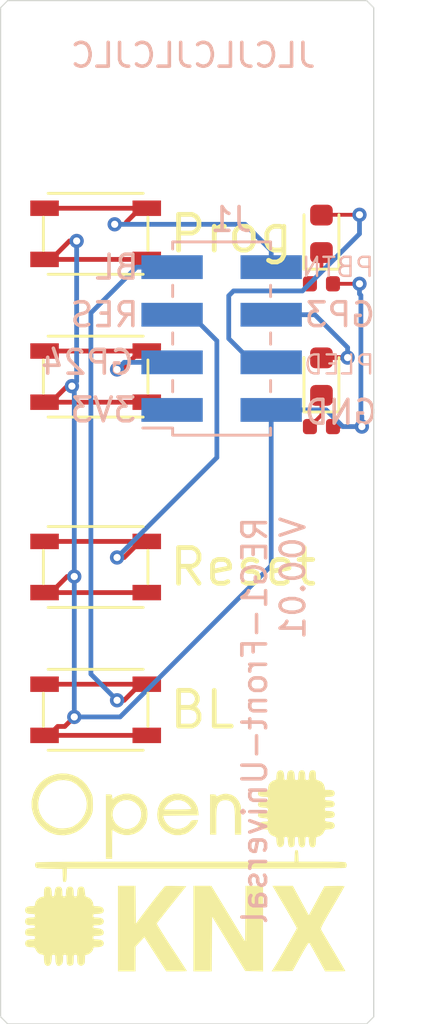
<source format=kicad_pcb>
(kicad_pcb (version 20171130) (host pcbnew "(5.1.4)-1")

  (general
    (thickness 1.6)
    (drawings 21)
    (tracks 102)
    (zones 0)
    (modules 10)
    (nets 11)
  )

  (page A4)
  (title_block
    (title REG1-Front-Universal)
    (date 2022-10-21)
    (rev V00.01)
  )

  (layers
    (0 F.Cu signal hide)
    (31 B.Cu signal)
    (32 B.Adhes user hide)
    (33 F.Adhes user hide)
    (34 B.Paste user)
    (35 F.Paste user hide)
    (36 B.SilkS user)
    (37 F.SilkS user hide)
    (38 B.Mask user)
    (39 F.Mask user hide)
    (40 Dwgs.User user hide)
    (41 Cmts.User user hide)
    (42 Eco1.User user hide)
    (43 Eco2.User user hide)
    (44 Edge.Cuts user)
    (45 Margin user hide)
    (46 B.CrtYd user)
    (47 F.CrtYd user hide)
    (48 B.Fab user)
    (49 F.Fab user hide)
  )

  (setup
    (last_trace_width 0.16)
    (user_trace_width 0.2)
    (user_trace_width 0.25)
    (user_trace_width 0.3)
    (user_trace_width 0.4)
    (user_trace_width 0.5)
    (user_trace_width 1)
    (user_trace_width 0.2)
    (user_trace_width 0.25)
    (user_trace_width 0.3)
    (user_trace_width 0.4)
    (user_trace_width 0.5)
    (user_trace_width 1)
    (trace_clearance 0.16)
    (zone_clearance 0.3)
    (zone_45_only no)
    (trace_min 0.16)
    (via_size 0.6)
    (via_drill 0.3)
    (via_min_size 0.6)
    (via_min_drill 0.3)
    (user_via 1.5 1.3)
    (user_via 1.5 1.3)
    (uvia_size 0.3)
    (uvia_drill 0.1)
    (uvias_allowed no)
    (uvia_min_size 0.2)
    (uvia_min_drill 0.1)
    (edge_width 0.05)
    (segment_width 0.2)
    (pcb_text_width 0.3)
    (pcb_text_size 1.5 1.5)
    (mod_edge_width 0.12)
    (mod_text_size 1 1)
    (mod_text_width 0.15)
    (pad_size 3 8)
    (pad_drill 1.5)
    (pad_to_mask_clearance 0.051)
    (solder_mask_min_width 0.1)
    (aux_axis_origin 0 0)
    (grid_origin 120 80)
    (visible_elements 7FFFFFFF)
    (pcbplotparams
      (layerselection 0x010fc_ffffffff)
      (usegerberextensions false)
      (usegerberattributes false)
      (usegerberadvancedattributes false)
      (creategerberjobfile false)
      (excludeedgelayer true)
      (linewidth 0.100000)
      (plotframeref false)
      (viasonmask false)
      (mode 1)
      (useauxorigin false)
      (hpglpennumber 1)
      (hpglpenspeed 20)
      (hpglpendiameter 15.000000)
      (psnegative false)
      (psa4output false)
      (plotreference true)
      (plotvalue true)
      (plotinvisibletext false)
      (padsonsilk false)
      (subtractmaskfromsilk false)
      (outputformat 1)
      (mirror false)
      (drillshape 0)
      (scaleselection 1)
      (outputdirectory "REG1-Front-Universal_gerbers_V00.01/"))
  )

  (net 0 "")
  (net 1 GND)
  (net 2 +3V3)
  (net 3 RUN)
  (net 4 PROGLED)
  (net 5 PROGBTN)
  (net 6 GPIO24)
  (net 7 GPIO03)
  (net 8 BOOTSEL_F)
  (net 9 "Net-(D1-Pad1)")
  (net 10 "Net-(D2-Pad1)")

  (net_class Default "This is the default net class."
    (clearance 0.16)
    (trace_width 0.16)
    (via_dia 0.6)
    (via_drill 0.3)
    (uvia_dia 0.3)
    (uvia_drill 0.1)
    (add_net +3V3)
    (add_net BOOTSEL_F)
    (add_net GND)
    (add_net GPIO03)
    (add_net GPIO24)
    (add_net "Net-(D1-Pad1)")
    (add_net "Net-(D2-Pad1)")
    (add_net PROGBTN)
    (add_net PROGLED)
    (add_net RUN)
  )

  (module OpenKNX:OpenKNX_Logo_14x09 locked (layer F.Cu) (tedit 0) (tstamp 634FCCDB)
    (at 105.8 146.4)
    (fp_text reference G*** (at 0 0) (layer F.SilkS) hide
      (effects (font (size 1.524 1.524) (thickness 0.3)))
    )
    (fp_text value LOGO (at 0.75 0) (layer F.SilkS) hide
      (effects (font (size 1.524 1.524) (thickness 0.3)))
    )
    (fp_poly (pts (xy 1.735464 -3.86646) (xy 1.92589 -3.822647) (xy 2.0822 -3.725377) (xy 2.204987 -3.57424)
      (xy 2.234472 -3.520149) (xy 2.263618 -3.459306) (xy 2.285027 -3.403584) (xy 2.29989 -3.342042)
      (xy 2.3094 -3.26374) (xy 2.31475 -3.157737) (xy 2.317131 -3.013093) (xy 2.317736 -2.818865)
      (xy 2.31775 -2.756017) (xy 2.31775 -2.159) (xy 2.06375 -2.159) (xy 2.063572 -2.690813)
      (xy 2.061586 -2.929834) (xy 2.054733 -3.114695) (xy 2.041406 -3.254654) (xy 2.019996 -3.358965)
      (xy 1.988895 -3.436887) (xy 1.946496 -3.497675) (xy 1.918365 -3.526608) (xy 1.819605 -3.582632)
      (xy 1.692352 -3.607083) (xy 1.561563 -3.599274) (xy 1.452197 -3.558517) (xy 1.427701 -3.540125)
      (xy 1.374295 -3.485135) (xy 1.334252 -3.421997) (xy 1.305731 -3.341096) (xy 1.286894 -3.232812)
      (xy 1.2759 -3.087527) (xy 1.270909 -2.895623) (xy 1.27 -2.715645) (xy 1.27 -2.159)
      (xy 1.016 -2.159) (xy 1.016 -3.84175) (xy 1.143 -3.84175) (xy 1.229742 -3.834568)
      (xy 1.266504 -3.809795) (xy 1.27 -3.79148) (xy 1.28175 -3.754231) (xy 1.293812 -3.753466)
      (xy 1.44261 -3.822868) (xy 1.563401 -3.859579) (xy 1.678709 -3.869362) (xy 1.735464 -3.86646)) (layer F.SilkS) (width 0.01))
    (fp_poly (pts (xy -0.109061 -3.841617) (xy 0.080832 -3.763404) (xy 0.247788 -3.646503) (xy 0.382431 -3.496124)
      (xy 0.475384 -3.317482) (xy 0.517271 -3.115788) (xy 0.517991 -3.102279) (xy 0.523875 -2.968625)
      (xy -0.218163 -2.960093) (xy -0.9602 -2.951561) (xy -0.939707 -2.849097) (xy -0.893074 -2.73288)
      (xy -0.807326 -2.611172) (xy -0.700174 -2.506819) (xy -0.644752 -2.468666) (xy -0.551955 -2.429053)
      (xy -0.437339 -2.398667) (xy -0.405397 -2.393371) (xy -0.251921 -2.398222) (xy -0.093974 -2.445942)
      (xy 0.0473 -2.52699) (xy 0.150758 -2.631824) (xy 0.161933 -2.649391) (xy 0.211645 -2.72144)
      (xy 0.264888 -2.753938) (xy 0.349374 -2.762165) (xy 0.366609 -2.76225) (xy 0.504696 -2.76225)
      (xy 0.468727 -2.659063) (xy 0.407795 -2.549018) (xy 0.306144 -2.429302) (xy 0.181087 -2.316021)
      (xy 0.049935 -2.225286) (xy -0.045613 -2.180473) (xy -0.250912 -2.13594) (xy -0.4567 -2.136816)
      (xy -0.606988 -2.171084) (xy -0.830093 -2.279175) (xy -1.002613 -2.425034) (xy -1.123272 -2.606882)
      (xy -1.190797 -2.822942) (xy -1.205803 -3.007293) (xy -1.181449 -3.20675) (xy -0.922381 -3.20675)
      (xy -0.350066 -3.20675) (xy -0.167366 -3.208172) (xy -0.008788 -3.212123) (xy 0.115658 -3.218128)
      (xy 0.19596 -3.225716) (xy 0.22225 -3.233805) (xy 0.198138 -3.299458) (xy 0.135991 -3.38275)
      (xy 0.051089 -3.466831) (xy -0.041289 -3.534848) (xy -0.060557 -3.545698) (xy -0.236843 -3.605524)
      (xy -0.418206 -3.609055) (xy -0.591487 -3.560347) (xy -0.743526 -3.463457) (xy -0.861167 -3.322439)
      (xy -0.876958 -3.294063) (xy -0.922381 -3.20675) (xy -1.181449 -3.20675) (xy -1.176635 -3.246173)
      (xy -1.092155 -3.455055) (xy -0.954441 -3.630564) (xy -0.765572 -3.769324) (xy -0.722602 -3.79199)
      (xy -0.520154 -3.861122) (xy -0.312515 -3.875927) (xy -0.109061 -3.841617)) (layer F.SilkS) (width 0.01))
    (fp_poly (pts (xy -5.021791 -4.714776) (xy -4.786603 -4.663415) (xy -4.563189 -4.56677) (xy -4.358602 -4.42374)
      (xy -4.179896 -4.233225) (xy -4.040897 -4.008011) (xy -3.987217 -3.896278) (xy -3.952566 -3.809027)
      (xy -3.932788 -3.726159) (xy -3.923726 -3.627578) (xy -3.921222 -3.493186) (xy -3.921125 -3.429001)
      (xy -3.922234 -3.275865) (xy -3.928332 -3.166126) (xy -3.943576 -3.079688) (xy -3.972124 -2.996453)
      (xy -4.018133 -2.896323) (xy -4.040897 -2.84999) (xy -4.192459 -2.611231) (xy -4.385575 -2.415999)
      (xy -4.61233 -2.268011) (xy -4.864807 -2.170984) (xy -5.135088 -2.128636) (xy -5.415259 -2.144684)
      (xy -5.504887 -2.162566) (xy -5.752827 -2.251708) (xy -5.975019 -2.39167) (xy -6.165535 -2.573553)
      (xy -6.318445 -2.788455) (xy -6.427821 -3.027476) (xy -6.487733 -3.281717) (xy -6.49159 -3.504081)
      (xy -6.222168 -3.504081) (xy -6.212267 -3.270536) (xy -6.158442 -3.068334) (xy -6.048445 -2.858463)
      (xy -5.891986 -2.678273) (xy -5.700626 -2.537101) (xy -5.485929 -2.444286) (xy -5.350193 -2.415625)
      (xy -5.177594 -2.408785) (xy -4.995695 -2.426422) (xy -4.83164 -2.464835) (xy -4.751078 -2.497316)
      (xy -4.54698 -2.633158) (xy -4.381843 -2.808519) (xy -4.260404 -3.0131) (xy -4.187401 -3.236602)
      (xy -4.167573 -3.468724) (xy -4.202731 -3.689316) (xy -4.29505 -3.910447) (xy -4.431318 -4.106374)
      (xy -4.601212 -4.26631) (xy -4.794405 -4.37947) (xy -4.897827 -4.415493) (xy -5.145083 -4.453104)
      (xy -5.380723 -4.434882) (xy -5.598881 -4.367097) (xy -5.793693 -4.256015) (xy -5.959293 -4.107904)
      (xy -6.089816 -3.929033) (xy -6.179396 -3.725669) (xy -6.222168 -3.504081) (xy -6.49159 -3.504081)
      (xy -6.492253 -3.542276) (xy -6.4807 -3.627438) (xy -6.405256 -3.898746) (xy -6.285156 -4.133572)
      (xy -6.127454 -4.330815) (xy -5.939204 -4.489374) (xy -5.727458 -4.60815) (xy -5.499272 -4.686043)
      (xy -5.261698 -4.721951) (xy -5.021791 -4.714776)) (layer F.SilkS) (width 0.01))
    (fp_poly (pts (xy 4.949752 -4.839949) (xy 4.995248 -4.781142) (xy 5.014848 -4.673224) (xy 5.0165 -4.613275)
      (xy 5.018746 -4.515553) (xy 5.030457 -4.465489) (xy 5.059091 -4.447273) (xy 5.095875 -4.445)
      (xy 5.144594 -4.450809) (xy 5.167848 -4.479507) (xy 5.174895 -4.548001) (xy 5.17525 -4.589963)
      (xy 5.188857 -4.732882) (xy 5.228735 -4.823067) (xy 5.293464 -4.85749) (xy 5.30077 -4.85775)
      (xy 5.385594 -4.849282) (xy 5.434337 -4.81526) (xy 5.456339 -4.742763) (xy 5.461 -4.636072)
      (xy 5.462661 -4.532802) (xy 5.473306 -4.476036) (xy 5.501424 -4.448781) (xy 5.555508 -4.434043)
      (xy 5.562661 -4.432606) (xy 5.694143 -4.37638) (xy 5.787895 -4.273947) (xy 5.830782 -4.153152)
      (xy 5.850115 -4.03225) (xy 6.014332 -4.03225) (xy 6.143447 -4.021449) (xy 6.220201 -3.985918)
      (xy 6.25249 -3.920964) (xy 6.25475 -3.889375) (xy 6.236948 -3.813248) (xy 6.178141 -3.767752)
      (xy 6.070223 -3.748152) (xy 6.010275 -3.7465) (xy 5.912552 -3.744254) (xy 5.862488 -3.732543)
      (xy 5.844272 -3.703909) (xy 5.842 -3.667125) (xy 5.847808 -3.618406) (xy 5.876506 -3.595152)
      (xy 5.945 -3.588105) (xy 5.986962 -3.58775) (xy 6.131581 -3.574) (xy 6.220224 -3.53228)
      (xy 6.254263 -3.461883) (xy 6.25475 -3.450108) (xy 6.238035 -3.371684) (xy 6.182084 -3.324785)
      (xy 6.07819 -3.304137) (xy 6.010275 -3.302) (xy 5.912552 -3.299754) (xy 5.862488 -3.288043)
      (xy 5.844272 -3.259409) (xy 5.842 -3.222625) (xy 5.846762 -3.17653) (xy 5.87159 -3.152915)
      (xy 5.932294 -3.144322) (xy 6.010275 -3.14325) (xy 6.140537 -3.132847) (xy 6.218386 -3.098479)
      (xy 6.251924 -3.035411) (xy 6.25475 -3.000376) (xy 6.236948 -2.924248) (xy 6.178141 -2.878752)
      (xy 6.070223 -2.859152) (xy 6.010275 -2.8575) (xy 5.912427 -2.855108) (xy 5.862291 -2.843225)
      (xy 5.844125 -2.814795) (xy 5.842 -2.782057) (xy 5.848007 -2.738453) (xy 5.87618 -2.713504)
      (xy 5.941748 -2.699476) (xy 6.019547 -2.69189) (xy 6.143859 -2.672924) (xy 6.216683 -2.635944)
      (xy 6.249296 -2.572563) (xy 6.254263 -2.517305) (xy 6.227032 -2.443314) (xy 6.143836 -2.398072)
      (xy 6.004251 -2.381362) (xy 5.989101 -2.38125) (xy 5.897041 -2.376142) (xy 5.848688 -2.355211)
      (xy 5.824687 -2.310052) (xy 5.824615 -2.309813) (xy 5.759138 -2.192776) (xy 5.653262 -2.107371)
      (xy 5.567047 -2.076578) (xy 5.507159 -2.062604) (xy 5.475544 -2.038201) (xy 5.463169 -1.986289)
      (xy 5.461003 -1.889789) (xy 5.461 -1.876067) (xy 5.450985 -1.740105) (xy 5.418555 -1.657772)
      (xy 5.360132 -1.622058) (xy 5.329917 -1.61925) (xy 5.247097 -1.646828) (xy 5.19565 -1.729577)
      (xy 5.175561 -1.867523) (xy 5.17525 -1.891393) (xy 5.173125 -1.990592) (xy 5.161952 -2.041951)
      (xy 5.13453 -2.061107) (xy 5.095875 -2.06375) (xy 5.051315 -2.059529) (xy 5.027588 -2.036761)
      (xy 5.01816 -1.980293) (xy 5.0165 -1.8796) (xy 5.00679 -1.742705) (xy 4.975244 -1.659441)
      (xy 4.918236 -1.622608) (xy 4.885417 -1.61925) (xy 4.802597 -1.646828) (xy 4.75115 -1.729577)
      (xy 4.731061 -1.867523) (xy 4.73075 -1.891393) (xy 4.728625 -1.990592) (xy 4.717452 -2.041951)
      (xy 4.69003 -2.061107) (xy 4.651375 -2.06375) (xy 4.607443 -2.059736) (xy 4.583691 -2.03777)
      (xy 4.573937 -1.982967) (xy 4.572002 -1.880441) (xy 4.572 -1.87257) (xy 4.56947 -1.764385)
      (xy 4.557557 -1.70153) (xy 4.529778 -1.665902) (xy 4.490159 -1.6441) (xy 4.404807 -1.621298)
      (xy 4.346075 -1.646886) (xy 4.310114 -1.725244) (xy 4.293073 -1.860747) (xy 4.292672 -1.868614)
      (xy 4.285631 -1.975917) (xy 4.273364 -2.034417) (xy 4.249298 -2.0588) (xy 4.206865 -2.063749)
      (xy 4.205359 -2.06375) (xy 4.160267 -2.058832) (xy 4.137078 -2.033592) (xy 4.128577 -1.972306)
      (xy 4.1275 -1.894046) (xy 4.119296 -1.773318) (xy 4.091813 -1.697804) (xy 4.069437 -1.671796)
      (xy 3.985378 -1.624093) (xy 3.909166 -1.639251) (xy 3.859425 -1.689815) (xy 3.82851 -1.765945)
      (xy 3.811328 -1.871032) (xy 3.81 -1.907039) (xy 3.806857 -1.997512) (xy 3.787771 -2.046051)
      (xy 3.738249 -2.074207) (xy 3.686504 -2.090699) (xy 3.578418 -2.145168) (xy 3.497949 -2.227133)
      (xy 3.461428 -2.319104) (xy 3.46075 -2.332508) (xy 3.444814 -2.36296) (xy 3.388735 -2.377901)
      (xy 3.302 -2.38125) (xy 3.178309 -2.397445) (xy 3.080967 -2.440626) (xy 3.02456 -2.502688)
      (xy 3.01625 -2.54) (xy 3.045425 -2.608939) (xy 3.123444 -2.662941) (xy 3.236044 -2.694144)
      (xy 3.304208 -2.69875) (xy 3.398814 -2.701181) (xy 3.444909 -2.713189) (xy 3.457433 -2.741853)
      (xy 3.45502 -2.770188) (xy 3.441986 -2.811293) (xy 3.407162 -2.834473) (xy 3.334689 -2.8464)
      (xy 3.262585 -2.851139) (xy 3.15028 -2.861929) (xy 3.084359 -2.8834) (xy 3.047896 -2.921301)
      (xy 3.046016 -2.924706) (xy 3.029651 -2.990474) (xy 3.06044 -3.063067) (xy 3.06235 -3.066005)
      (xy 3.101391 -3.111614) (xy 3.154774 -3.13487) (xy 3.243117 -3.142796) (xy 3.289065 -3.14325)
      (xy 3.389261 -3.145263) (xy 3.44043 -3.155444) (xy 3.457015 -3.180013) (xy 3.45502 -3.214688)
      (xy 3.441986 -3.255793) (xy 3.407162 -3.278973) (xy 3.334689 -3.2909) (xy 3.262585 -3.295639)
      (xy 3.15028 -3.306429) (xy 3.084359 -3.3279) (xy 3.047896 -3.365801) (xy 3.046016 -3.369206)
      (xy 3.029651 -3.434974) (xy 3.06044 -3.507567) (xy 3.06235 -3.510505) (xy 3.101765 -3.556387)
      (xy 3.15579 -3.579623) (xy 3.245237 -3.587371) (xy 3.286856 -3.58775) (xy 3.386606 -3.589831)
      (xy 3.43845 -3.600811) (xy 3.45796 -3.627798) (xy 3.46075 -3.667125) (xy 3.455894 -3.713403)
      (xy 3.430743 -3.737077) (xy 3.369418 -3.745754) (xy 3.294062 -3.746987) (xy 3.151869 -3.759233)
      (xy 3.065925 -3.796792) (xy 3.033132 -3.86239) (xy 3.050389 -3.958756) (xy 3.051148 -3.960813)
      (xy 3.073366 -4.000963) (xy 3.113193 -4.022525) (xy 3.187591 -4.031056) (xy 3.269226 -4.03225)
      (xy 3.46075 -4.03225) (xy 3.46075 -4.138739) (xy 3.489786 -4.255174) (xy 3.566194 -4.355982)
      (xy 3.673918 -4.42245) (xy 3.713792 -4.433696) (xy 3.771805 -4.450005) (xy 3.800093 -4.48099)
      (xy 3.809263 -4.545585) (xy 3.81 -4.605451) (xy 3.827016 -4.740822) (xy 3.878885 -4.824091)
      (xy 3.96684 -4.857029) (xy 3.985775 -4.85775) (xy 4.061567 -4.832691) (xy 4.108146 -4.755702)
      (xy 4.126946 -4.624073) (xy 4.1275 -4.589963) (xy 4.131531 -4.499883) (xy 4.148323 -4.456957)
      (xy 4.184922 -4.4451) (xy 4.191 -4.445) (xy 4.229301 -4.453485) (xy 4.248272 -4.489395)
      (xy 4.254275 -4.568413) (xy 4.2545 -4.601483) (xy 4.270827 -4.738005) (xy 4.320948 -4.82222)
      (xy 4.406571 -4.85662) (xy 4.430275 -4.85775) (xy 4.506067 -4.832691) (xy 4.552646 -4.755702)
      (xy 4.571446 -4.624073) (xy 4.572 -4.589963) (xy 4.57518 -4.500986) (xy 4.590894 -4.458517)
      (xy 4.628398 -4.445648) (xy 4.651375 -4.445) (xy 4.69747 -4.449763) (xy 4.721085 -4.474591)
      (xy 4.729678 -4.535295) (xy 4.73075 -4.613275) (xy 4.741153 -4.743538) (xy 4.775521 -4.821387)
      (xy 4.838589 -4.854925) (xy 4.873625 -4.857751) (xy 4.949752 -4.839949)) (layer F.SilkS) (width 0.01))
    (fp_poly (pts (xy -2.198621 -3.829856) (xy -2.004309 -3.733122) (xy -1.836463 -3.588729) (xy -1.704548 -3.400379)
      (xy -1.674901 -3.339274) (xy -1.634775 -3.192296) (xy -1.622609 -3.014265) (xy -1.637582 -2.830731)
      (xy -1.678873 -2.667244) (xy -1.697942 -2.622442) (xy -1.822479 -2.433399) (xy -1.985456 -2.287936)
      (xy -2.176608 -2.188893) (xy -2.385668 -2.139109) (xy -2.60237 -2.141423) (xy -2.816448 -2.198673)
      (xy -2.960007 -2.273445) (xy -3.035168 -2.319542) (xy -3.085811 -2.346558) (xy -3.094945 -2.3495)
      (xy -3.1001 -2.319376) (xy -3.104601 -2.235505) (xy -3.108179 -2.107638) (xy -3.110567 -1.945526)
      (xy -3.111497 -1.758922) (xy -3.1115 -1.74625) (xy -3.1115 -1.143) (xy -3.3655 -1.143)
      (xy -3.3655 -2.965573) (xy -3.096878 -2.965573) (xy -3.057985 -2.790359) (xy -2.9685 -2.633717)
      (xy -2.834841 -2.506473) (xy -2.663424 -2.419455) (xy -2.642742 -2.412864) (xy -2.51931 -2.387218)
      (xy -2.400827 -2.393491) (xy -2.308945 -2.41491) (xy -2.14952 -2.489021) (xy -2.022645 -2.606194)
      (xy -1.932563 -2.753883) (xy -1.883518 -2.919543) (xy -1.879756 -3.090628) (xy -1.92552 -3.254592)
      (xy -1.989613 -3.358813) (xy -2.133421 -3.496303) (xy -2.295988 -3.580573) (xy -2.467108 -3.613593)
      (xy -2.636577 -3.597333) (xy -2.79419 -3.533763) (xy -2.929742 -3.424855) (xy -3.033028 -3.272578)
      (xy -3.078763 -3.148531) (xy -3.096878 -2.965573) (xy -3.3655 -2.965573) (xy -3.3655 -3.84175)
      (xy -3.2385 -3.84175) (xy -3.157067 -3.837989) (xy -3.120867 -3.817606) (xy -3.111701 -3.766954)
      (xy -3.1115 -3.7465) (xy -3.099465 -3.674008) (xy -3.06942 -3.651499) (xy -3.030457 -3.685702)
      (xy -3.030109 -3.686264) (xy -2.991008 -3.71822) (xy -2.913165 -3.763523) (xy -2.845672 -3.797078)
      (xy -2.62877 -3.865536) (xy -2.40993 -3.875228) (xy -2.198621 -3.829856)) (layer F.SilkS) (width 0.01))
    (fp_poly (pts (xy 4.683709 -1.502078) (xy 4.703764 -1.475341) (xy 4.715352 -1.415021) (xy 4.722286 -1.308226)
      (xy 4.724148 -1.262063) (xy 4.733421 -1.016) (xy 5.709985 -1.016) (xy 6.00975 -1.015255)
      (xy 6.250526 -1.012906) (xy 6.43681 -1.008785) (xy 6.573097 -1.002723) (xy 6.663883 -0.994551)
      (xy 6.713664 -0.9841) (xy 6.724649 -0.977901) (xy 6.758697 -0.905368) (xy 6.753628 -0.819315)
      (xy 6.724649 -0.76835) (xy 6.7059 -0.763456) (xy 6.658424 -0.758962) (xy 6.580086 -0.754856)
      (xy 6.468747 -0.751122) (xy 6.322272 -0.747748) (xy 6.138521 -0.74472) (xy 5.91536 -0.742023)
      (xy 5.650649 -0.739644) (xy 5.342252 -0.737569) (xy 4.988031 -0.735785) (xy 4.58585 -0.734276)
      (xy 4.133571 -0.733031) (xy 3.629057 -0.732034) (xy 3.070171 -0.731272) (xy 2.454775 -0.730731)
      (xy 1.780733 -0.730397) (xy 1.045906 -0.730257) (xy 0.836261 -0.73025) (xy -5.014028 -0.73025)
      (xy -5.023202 -0.452438) (xy -5.028755 -0.318741) (xy -5.036977 -0.235758) (xy -5.051391 -0.190708)
      (xy -5.075522 -0.170811) (xy -5.102547 -0.164646) (xy -5.136167 -0.163356) (xy -5.15747 -0.179024)
      (xy -5.169938 -0.22349) (xy -5.177056 -0.308595) (xy -5.181922 -0.434521) (xy -5.191125 -0.714375)
      (xy -5.728578 -0.723106) (xy -5.939877 -0.72859) (xy -6.109864 -0.737241) (xy -6.231855 -0.748557)
      (xy -6.299166 -0.762036) (xy -6.308016 -0.766681) (xy -6.344161 -0.832112) (xy -6.3439 -0.915613)
      (xy -6.311901 -0.9779) (xy -6.292888 -0.982979) (xy -6.244972 -0.987625) (xy -6.165937 -0.991855)
      (xy -6.053564 -0.995683) (xy -5.905638 -0.999126) (xy -5.71994 -1.002199) (xy -5.494256 -1.004917)
      (xy -5.226367 -1.007295) (xy -4.914057 -1.00935) (xy -4.55511 -1.011096) (xy -4.147308 -1.012549)
      (xy -3.688434 -1.013726) (xy -3.176271 -1.01464) (xy -2.608604 -1.015307) (xy -1.983215 -1.015744)
      (xy -1.297887 -1.015965) (xy -0.852236 -1.016) (xy 4.569328 -1.016) (xy 4.578601 -1.262063)
      (xy 4.584851 -1.386478) (xy 4.594532 -1.460286) (xy 4.611459 -1.496381) (xy 4.639444 -1.507654)
      (xy 4.651375 -1.508125) (xy 4.683709 -1.502078)) (layer F.SilkS) (width 0.01))
    (fp_poly (pts (xy -4.344835 0.040245) (xy -4.300686 0.073895) (xy -4.273887 0.144944) (xy -4.256763 0.265638)
      (xy -4.254835 0.28575) (xy -4.24286 0.386413) (xy -4.224926 0.440089) (xy -4.191914 0.463211)
      (xy -4.152453 0.470311) (xy -4.061373 0.508393) (xy -3.978171 0.587927) (xy -3.920711 0.687659)
      (xy -3.90525 0.764436) (xy -3.901967 0.818062) (xy -3.881552 0.845629) (xy -3.828159 0.855802)
      (xy -3.735546 0.85725) (xy -3.592178 0.874173) (xy -3.501564 0.92545) (xy -3.462574 1.011835)
      (xy -3.46075 1.041195) (xy -3.486666 1.111636) (xy -3.565999 1.155524) (xy -3.701128 1.173978)
      (xy -3.744413 1.17475) (xy -3.839406 1.177246) (xy -3.887084 1.190046) (xy -3.90359 1.221116)
      (xy -3.90525 1.254125) (xy -3.900638 1.299808) (xy -3.876376 1.32346) (xy -3.816832 1.332282)
      (xy -3.732893 1.3335) (xy -3.588353 1.34874) (xy -3.498399 1.394949) (xy -3.461783 1.472855)
      (xy -3.46075 1.49225) (xy -3.486878 1.576565) (xy -3.566092 1.629038) (xy -3.699645 1.650397)
      (xy -3.732893 1.651) (xy -3.833009 1.653829) (xy -3.884864 1.666033) (xy -3.903587 1.693185)
      (xy -3.90525 1.7145) (xy -3.895222 1.755128) (xy -3.854205 1.773863) (xy -3.770313 1.778468)
      (xy -3.627615 1.795229) (xy -3.524635 1.841262) (xy -3.470754 1.911848) (xy -3.466251 1.931354)
      (xy -3.471261 2.013212) (xy -3.518948 2.064839) (xy -3.615979 2.090571) (xy -3.718638 2.0955)
      (xy -3.822872 2.097263) (xy -3.87868 2.106825) (xy -3.90112 2.13059) (xy -3.90525 2.174875)
      (xy -3.900638 2.220558) (xy -3.876376 2.24421) (xy -3.816832 2.253032) (xy -3.732893 2.25425)
      (xy -3.588353 2.26949) (xy -3.498399 2.315699) (xy -3.461783 2.393605) (xy -3.46075 2.413)
      (xy -3.486878 2.497315) (xy -3.566092 2.549788) (xy -3.699645 2.571147) (xy -3.732893 2.57175)
      (xy -3.832768 2.574443) (xy -3.884501 2.586416) (xy -3.90336 2.61351) (xy -3.90525 2.637692)
      (xy -3.931495 2.713746) (xy -3.996734 2.793641) (xy -4.080729 2.858337) (xy -4.16324 2.888797)
      (xy -4.172683 2.88925) (xy -4.218075 2.893008) (xy -4.242541 2.914254) (xy -4.252533 2.967947)
      (xy -4.254497 3.069043) (xy -4.2545 3.079018) (xy -4.257712 3.189086) (xy -4.271647 3.255452)
      (xy -4.302759 3.29777) (xy -4.333875 3.320794) (xy -4.396017 3.354388) (xy -4.444877 3.348954)
      (xy -4.492625 3.320794) (xy -4.537784 3.283528) (xy -4.561724 3.234525) (xy -4.570898 3.154132)
      (xy -4.572 3.079018) (xy -4.573696 2.973692) (xy -4.58295 2.916915) (xy -4.606009 2.893748)
      (xy -4.649121 2.889252) (xy -4.651375 2.88925) (xy -4.69399 2.892852) (xy -4.717756 2.913208)
      (xy -4.728162 2.964642) (xy -4.730702 3.061476) (xy -4.73075 3.096305) (xy -4.733034 3.209989)
      (xy -4.743399 3.277113) (xy -4.767113 3.314558) (xy -4.806109 3.337697) (xy -4.892737 3.355107)
      (xy -4.948984 3.335899) (xy -4.986343 3.307228) (xy -5.006863 3.26062) (xy -5.015278 3.179157)
      (xy -5.0165 3.094507) (xy -5.01791 2.98394) (xy -5.025848 2.922482) (xy -5.045876 2.895748)
      (xy -5.083556 2.889355) (xy -5.095875 2.88925) (xy -5.141335 2.893782) (xy -5.165006 2.917741)
      (xy -5.17395 2.976663) (xy -5.17525 3.063875) (xy -5.182567 3.184114) (xy -5.208108 3.262359)
      (xy -5.23875 3.302) (xy -5.322961 3.359996) (xy -5.394903 3.358948) (xy -5.450074 3.302836)
      (xy -5.483972 3.195639) (xy -5.49275 3.077482) (xy -5.494479 2.972686) (xy -5.503881 2.91638)
      (xy -5.527279 2.893567) (xy -5.570998 2.88925) (xy -5.572125 2.88925) (xy -5.617585 2.893782)
      (xy -5.641256 2.917741) (xy -5.6502 2.976663) (xy -5.6515 3.063875) (xy -5.666908 3.199058)
      (xy -5.708249 3.297941) (xy -5.768196 3.353789) (xy -5.839427 3.35987) (xy -5.914614 3.30945)
      (xy -5.916455 3.307437) (xy -5.953937 3.229186) (xy -5.968654 3.099007) (xy -5.969 3.069312)
      (xy -5.971679 2.966324) (xy -5.983104 2.911961) (xy -6.008363 2.891452) (xy -6.031007 2.88925)
      (xy -6.156585 2.859418) (xy -6.258932 2.775686) (xy -6.308425 2.693681) (xy -6.343851 2.621782)
      (xy -6.381827 2.585737) (xy -6.444247 2.573184) (xy -6.524386 2.57175) (xy -6.6502 2.561726)
      (xy -6.724908 2.527136) (xy -6.758363 2.461203) (xy -6.76275 2.407767) (xy -6.742133 2.327712)
      (xy -6.676352 2.278318) (xy -6.55952 2.256211) (xy -6.494963 2.25425) (xy -6.405986 2.251069)
      (xy -6.363517 2.235355) (xy -6.350648 2.197851) (xy -6.35 2.174875) (xy -6.355262 2.127477)
      (xy -6.381952 2.104014) (xy -6.446433 2.09617) (xy -6.506154 2.0955) (xy -6.634506 2.090916)
      (xy -6.711898 2.072517) (xy -6.750499 2.033326) (xy -6.762478 1.96637) (xy -6.76275 1.948442)
      (xy -6.744464 1.863144) (xy -6.684879 1.809288) (xy -6.576909 1.782677) (xy -6.474934 1.778)
      (xy -6.392674 1.772485) (xy -6.356689 1.750284) (xy -6.35 1.7145) (xy -6.357871 1.677268)
      (xy -6.39166 1.658189) (xy -6.466635 1.651501) (xy -6.518275 1.651) (xy -6.646407 1.641336)
      (xy -6.723069 1.608171) (xy -6.757907 1.54524) (xy -6.76275 1.49225) (xy -6.747869 1.409047)
      (xy -6.696795 1.359267) (xy -6.599881 1.336645) (xy -6.518275 1.3335) (xy -6.420553 1.331253)
      (xy -6.370489 1.319542) (xy -6.352273 1.290908) (xy -6.35 1.254125) (xy -6.354763 1.208029)
      (xy -6.379591 1.184414) (xy -6.440295 1.175821) (xy -6.518275 1.17475) (xy -6.645883 1.165275)
      (xy -6.722232 1.132379) (xy -6.757323 1.069352) (xy -6.76275 1.010767) (xy -6.742133 0.930712)
      (xy -6.676352 0.881318) (xy -6.55952 0.859211) (xy -6.494963 0.85725) (xy -6.405596 0.853701)
      (xy -6.362926 0.83759) (xy -6.350301 0.800715) (xy -6.349882 0.785812) (xy -6.320515 0.665778)
      (xy -6.242919 0.56043) (xy -6.132247 0.488329) (xy -6.097449 0.476639) (xy -5.969 0.442052)
      (xy -5.969 0.275001) (xy -5.95942 0.14775) (xy -5.926194 0.071729) (xy -5.862599 0.036962)
      (xy -5.805018 0.03175) (xy -5.724963 0.052367) (xy -5.675569 0.118148) (xy -5.653462 0.23498)
      (xy -5.6515 0.299537) (xy -5.647148 0.390214) (xy -5.629817 0.433332) (xy -5.593097 0.444495)
      (xy -5.591932 0.4445) (xy -5.55633 0.433913) (xy -5.534746 0.392718) (xy -5.521258 0.306762)
      (xy -5.51764 0.266952) (xy -5.498429 0.142123) (xy -5.461119 0.069008) (xy -5.397802 0.036644)
      (xy -5.348288 0.032236) (xy -5.272931 0.049917) (xy -5.227838 0.109501) (xy -5.208518 0.218742)
      (xy -5.207 0.276225) (xy -5.204754 0.373947) (xy -5.193043 0.424011) (xy -5.164409 0.442227)
      (xy -5.127625 0.4445) (xy -5.078906 0.438691) (xy -5.055652 0.409993) (xy -5.048605 0.341499)
      (xy -5.04825 0.299537) (xy -5.036431 0.159893) (xy -4.99872 0.073734) (xy -4.931743 0.035171)
      (xy -4.894733 0.03175) (xy -4.80914 0.045875) (xy -4.757929 0.094918) (xy -4.734391 0.188882)
      (xy -4.73075 0.276225) (xy -4.728504 0.373947) (xy -4.716793 0.424011) (xy -4.688159 0.442227)
      (xy -4.651375 0.4445) (xy -4.602656 0.438691) (xy -4.579402 0.409993) (xy -4.572355 0.341499)
      (xy -4.572001 0.299537) (xy -4.560614 0.160923) (xy -4.523812 0.075354) (xy -4.457627 0.036108)
      (xy -4.414007 0.03175) (xy -4.344835 0.040245)) (layer F.SilkS) (width 0.01))
    (fp_poly (pts (xy 4.06892 0.000107) (xy 4.492625 0.000214) (xy 4.829873 0.620964) (xy 5.167122 1.241713)
      (xy 5.49888 0.628794) (xy 5.830639 0.015875) (xy 6.249069 0.007015) (xy 6.403708 0.005141)
      (xy 6.532543 0.006245) (xy 6.623872 0.010026) (xy 6.665997 0.016182) (xy 6.6675 0.017817)
      (xy 6.651994 0.049007) (xy 6.608042 0.12818) (xy 6.539489 0.248645) (xy 6.450179 0.403709)
      (xy 6.343959 0.586681) (xy 6.224674 0.790869) (xy 6.157294 0.905704) (xy 6.013329 1.151621)
      (xy 5.899301 1.348951) (xy 5.812278 1.503437) (xy 5.749323 1.620821) (xy 5.707504 1.706846)
      (xy 5.683886 1.767253) (xy 5.675535 1.807787) (xy 5.679516 1.834189) (xy 5.681149 1.837575)
      (xy 5.705481 1.880188) (xy 5.757911 1.970086) (xy 5.834132 2.099948) (xy 5.929835 2.262451)
      (xy 6.040711 2.450272) (xy 6.162453 2.656089) (xy 6.20723 2.731694) (xy 6.329848 2.939063)
      (xy 6.44131 3.128345) (xy 6.537672 3.292778) (xy 6.61499 3.425602) (xy 6.66932 3.520058)
      (xy 6.696716 3.569384) (xy 6.69925 3.574959) (xy 6.669445 3.579671) (xy 6.587808 3.583601)
      (xy 6.466007 3.586395) (xy 6.315708 3.587698) (xy 6.277817 3.58775) (xy 5.856384 3.58775)
      (xy 5.539629 3.011557) (xy 5.442626 2.835769) (xy 5.35451 2.677341) (xy 5.28037 2.54532)
      (xy 5.225294 2.448755) (xy 5.194369 2.396692) (xy 5.191111 2.391831) (xy 5.172294 2.391101)
      (xy 5.138566 2.42564) (xy 5.087045 2.499879) (xy 5.014852 2.618249) (xy 4.919105 2.785182)
      (xy 4.82173 2.960086) (xy 4.484111 3.571875) (xy 4.047549 3.580736) (xy 3.610986 3.589597)
      (xy 3.657716 3.517236) (xy 3.712456 3.429808) (xy 3.788057 3.305288) (xy 3.879851 3.15171)
      (xy 3.983171 2.977107) (xy 4.093348 2.789512) (xy 4.205716 2.596959) (xy 4.315606 2.407482)
      (xy 4.418351 2.229113) (xy 4.509283 2.069886) (xy 4.583734 1.937835) (xy 4.637038 1.840992)
      (xy 4.664525 1.787392) (xy 4.66725 1.77975) (xy 4.651721 1.74321) (xy 4.607972 1.65972)
      (xy 4.540261 1.536896) (xy 4.452842 1.382356) (xy 4.349973 1.203715) (xy 4.24366 1.021759)
      (xy 4.124752 0.819524) (xy 4.011822 0.627301) (xy 3.91031 0.454363) (xy 3.825661 0.309987)
      (xy 3.763315 0.203449) (xy 3.732643 0.150812) (xy 3.645216 0) (xy 4.06892 0.000107)) (layer F.SilkS) (width 0.01))
    (fp_poly (pts (xy 1.77839 1.173301) (xy 2.492375 2.346603) (xy 2.500698 1.173301) (xy 2.509022 0)
      (xy 3.2385 0) (xy 3.2385 3.589765) (xy 2.866609 3.58082) (xy 2.494719 3.571875)
      (xy 1.095375 1.277711) (xy 1.087046 2.43273) (xy 1.078717 3.58775) (xy 0.3175 3.58775)
      (xy 0.3175 0) (xy 1.064405 0) (xy 1.77839 1.173301)) (layer F.SilkS) (width 0.01))
    (fp_poly (pts (xy -2.111375 1.60184) (xy -1.985555 1.427982) (xy -1.894002 1.303512) (xy -1.782885 1.155661)
      (xy -1.658093 0.991942) (xy -1.525518 0.819866) (xy -1.391052 0.646948) (xy -1.260585 0.480699)
      (xy -1.140009 0.328632) (xy -1.035216 0.198259) (xy -0.952096 0.097094) (xy -0.89654 0.032648)
      (xy -0.875464 0.012378) (xy -0.831242 0.007704) (xy -0.736606 0.005036) (xy -0.604612 0.004526)
      (xy -0.448319 0.006331) (xy -0.41582 0.006971) (xy 0.006532 0.015875) (xy -0.603679 0.777875)
      (xy -0.755917 0.96862) (xy -0.895294 1.144475) (xy -1.016824 1.299054) (xy -1.115526 1.425973)
      (xy -1.186416 1.518846) (xy -1.224509 1.57129) (xy -1.229501 1.579651) (xy -1.216167 1.614386)
      (xy -1.171348 1.695761) (xy -1.098842 1.817618) (xy -1.00245 1.973803) (xy -0.88597 2.158159)
      (xy -0.753202 2.364532) (xy -0.607946 2.586766) (xy -0.606681 2.588686) (xy -0.461086 2.810121)
      (xy -0.327153 3.014577) (xy -0.208763 3.196072) (xy -0.109797 3.348623) (xy -0.034136 3.466247)
      (xy 0.014338 3.542961) (xy 0.031745 3.572782) (xy 0.03175 3.572848) (xy 0.001927 3.578291)
      (xy -0.079834 3.582843) (xy -0.201973 3.586103) (xy -0.352932 3.587669) (xy -0.397528 3.58775)
      (xy -0.826805 3.58775) (xy -1.046046 3.246437) (xy -1.152919 3.080087) (xy -1.277938 2.885537)
      (xy -1.404902 2.687997) (xy -1.50899 2.526083) (xy -1.752694 2.147041) (xy -2.124488 2.555875)
      (xy -2.125869 3.071812) (xy -2.12725 3.58775) (xy -2.8575 3.58775) (xy -2.8575 0)
      (xy -2.128341 0) (xy -2.111375 1.60184)) (layer F.SilkS) (width 0.01))
  )

  (module LED_SMD:LED_0603_1608Metric (layer F.Cu) (tedit 5B301BBE) (tstamp 634FBF33)
    (at 111.5 119 90)
    (descr "LED SMD 0603 (1608 Metric), square (rectangular) end terminal, IPC_7351 nominal, (Body size source: http://www.tortai-tech.com/upload/download/2011102023233369053.pdf), generated with kicad-footprint-generator")
    (tags diode)
    (path /63549F2F)
    (attr smd)
    (fp_text reference D1 (at 0 -1.43 90) (layer F.Fab)
      (effects (font (size 1 1) (thickness 0.15)))
    )
    (fp_text value Prog (at 0 1.43 90) (layer F.Fab)
      (effects (font (size 1 1) (thickness 0.15)))
    )
    (fp_text user %R (at 0 0 90) (layer F.Fab)
      (effects (font (size 0.4 0.4) (thickness 0.06)))
    )
    (fp_line (start 1.48 0.73) (end -1.48 0.73) (layer F.CrtYd) (width 0.05))
    (fp_line (start 1.48 -0.73) (end 1.48 0.73) (layer F.CrtYd) (width 0.05))
    (fp_line (start -1.48 -0.73) (end 1.48 -0.73) (layer F.CrtYd) (width 0.05))
    (fp_line (start -1.48 0.73) (end -1.48 -0.73) (layer F.CrtYd) (width 0.05))
    (fp_line (start -1.485 0.735) (end 0.8 0.735) (layer F.SilkS) (width 0.12))
    (fp_line (start -1.485 -0.735) (end -1.485 0.735) (layer F.SilkS) (width 0.12))
    (fp_line (start 0.8 -0.735) (end -1.485 -0.735) (layer F.SilkS) (width 0.12))
    (fp_line (start 0.8 0.4) (end 0.8 -0.4) (layer F.Fab) (width 0.1))
    (fp_line (start -0.8 0.4) (end 0.8 0.4) (layer F.Fab) (width 0.1))
    (fp_line (start -0.8 -0.1) (end -0.8 0.4) (layer F.Fab) (width 0.1))
    (fp_line (start -0.5 -0.4) (end -0.8 -0.1) (layer F.Fab) (width 0.1))
    (fp_line (start 0.8 -0.4) (end -0.5 -0.4) (layer F.Fab) (width 0.1))
    (pad 2 smd roundrect (at 0.7875 0 90) (size 0.875 0.95) (layers F.Cu F.Paste F.Mask) (roundrect_rratio 0.25)
      (net 4 PROGLED))
    (pad 1 smd roundrect (at -0.7875 0 90) (size 0.875 0.95) (layers F.Cu F.Paste F.Mask) (roundrect_rratio 0.25)
      (net 9 "Net-(D1-Pad1)"))
    (model ${KISYS3DMOD}/LED_SMD.3dshapes/LED_0603_1608Metric.wrl
      (at (xyz 0 0 0))
      (scale (xyz 1 1 1))
      (rotate (xyz 0 0 0))
    )
  )

  (module LED_SMD:LED_0603_1608Metric (layer F.Cu) (tedit 5B301BBE) (tstamp 634FBD5A)
    (at 111.5 125 90)
    (descr "LED SMD 0603 (1608 Metric), square (rectangular) end terminal, IPC_7351 nominal, (Body size source: http://www.tortai-tech.com/upload/download/2011102023233369053.pdf), generated with kicad-footprint-generator")
    (tags diode)
    (path /6354CD9C)
    (attr smd)
    (fp_text reference D2 (at 0 -1.43 90) (layer F.Fab)
      (effects (font (size 1 1) (thickness 0.15)))
    )
    (fp_text value Func (at 0 1.43 90) (layer F.Fab)
      (effects (font (size 1 1) (thickness 0.15)))
    )
    (fp_text user %R (at 0 0 90) (layer F.Fab)
      (effects (font (size 0.4 0.4) (thickness 0.06)))
    )
    (fp_line (start 1.48 0.73) (end -1.48 0.73) (layer F.CrtYd) (width 0.05))
    (fp_line (start 1.48 -0.73) (end 1.48 0.73) (layer F.CrtYd) (width 0.05))
    (fp_line (start -1.48 -0.73) (end 1.48 -0.73) (layer F.CrtYd) (width 0.05))
    (fp_line (start -1.48 0.73) (end -1.48 -0.73) (layer F.CrtYd) (width 0.05))
    (fp_line (start -1.485 0.735) (end 0.8 0.735) (layer F.SilkS) (width 0.12))
    (fp_line (start -1.485 -0.735) (end -1.485 0.735) (layer F.SilkS) (width 0.12))
    (fp_line (start 0.8 -0.735) (end -1.485 -0.735) (layer F.SilkS) (width 0.12))
    (fp_line (start 0.8 0.4) (end 0.8 -0.4) (layer F.Fab) (width 0.1))
    (fp_line (start -0.8 0.4) (end 0.8 0.4) (layer F.Fab) (width 0.1))
    (fp_line (start -0.8 -0.1) (end -0.8 0.4) (layer F.Fab) (width 0.1))
    (fp_line (start -0.5 -0.4) (end -0.8 -0.1) (layer F.Fab) (width 0.1))
    (fp_line (start 0.8 -0.4) (end -0.5 -0.4) (layer F.Fab) (width 0.1))
    (pad 2 smd roundrect (at 0.7875 0 90) (size 0.875 0.95) (layers F.Cu F.Paste F.Mask) (roundrect_rratio 0.25)
      (net 7 GPIO03))
    (pad 1 smd roundrect (at -0.7875 0 90) (size 0.875 0.95) (layers F.Cu F.Paste F.Mask) (roundrect_rratio 0.25)
      (net 10 "Net-(D2-Pad1)"))
    (model ${KISYS3DMOD}/LED_SMD.3dshapes/LED_0603_1608Metric.wrl
      (at (xyz 0 0 0))
      (scale (xyz 1 1 1))
      (rotate (xyz 0 0 0))
    )
  )

  (module sirsydom:SW_Push_Xunpu_TS-1089S (layer F.Cu) (tedit 605DC32A) (tstamp 634FBE4F)
    (at 102 139)
    (descr "tactile push button, 6x6mm e.g. PTS645xx series, height=9.5mm")
    (tags "tact sw push 6mm smd")
    (path /6354CA95)
    (attr smd)
    (fp_text reference SW6 (at 0.35 -2.65) (layer F.Fab)
      (effects (font (size 1 1) (thickness 0.15)))
    )
    (fp_text value BL (at 0 0) (layer F.Fab)
      (effects (font (size 1 1) (thickness 0.15)))
    )
    (fp_line (start 2.2 -0.7) (end 2.2 0.7) (layer F.SilkS) (width 0.12))
    (fp_line (start -2.2 -0.7) (end -2.2 0.7) (layer F.SilkS) (width 0.12))
    (fp_line (start -2 1.7) (end 2 1.7) (layer F.SilkS) (width 0.12))
    (fp_line (start -2 -1.7) (end 2 -1.7) (layer F.SilkS) (width 0.12))
    (fp_line (start -0.5 1.25) (end 0.5 1.25) (layer F.Fab) (width 0.12))
    (fp_line (start -0.5 -1.25) (end 0.5 -1.25) (layer F.Fab) (width 0.12))
    (fp_arc (start -0.5 0) (end -0.5 -1.25) (angle -180) (layer F.Fab) (width 0.12))
    (fp_arc (start 0.5 0) (end 0.5 1.25) (angle -180) (layer F.Fab) (width 0.12))
    (fp_line (start -2.1 -1.65) (end -2.1 1.625) (layer F.Fab) (width 0.12))
    (fp_line (start 2.1 1.625) (end 2.1 -1.65) (layer F.Fab) (width 0.12))
    (fp_line (start -2.1 1.625) (end 2.1 1.625) (layer F.Fab) (width 0.12))
    (fp_line (start 2.1 -1.65) (end -2.1 -1.65) (layer F.Fab) (width 0.12))
    (fp_line (start -2.85 -1.85) (end 2.9 -1.85) (layer F.CrtYd) (width 0.05))
    (fp_line (start -2.85 1.8) (end 2.9 1.8) (layer F.CrtYd) (width 0.05))
    (fp_line (start -2.85 -1.85) (end -2.85 1.8) (layer F.CrtYd) (width 0.05))
    (fp_line (start 2.9 1.8) (end 2.9 -1.85) (layer F.CrtYd) (width 0.05))
    (fp_text user %R (at 0.35 -2.65) (layer F.Fab)
      (effects (font (size 1 1) (thickness 0.15)))
    )
    (pad 2 smd rect (at -2.15 1.075) (size 1.2 0.65) (layers F.Cu F.Paste F.Mask)
      (net 1 GND))
    (pad 1 smd rect (at -2.15 -1.075) (size 1.2 0.65) (layers F.Cu F.Paste F.Mask)
      (net 8 BOOTSEL_F))
    (pad 2 smd rect (at 2.15 1.075) (size 1.2 0.65) (layers F.Cu F.Paste F.Mask)
      (net 1 GND))
    (pad 1 smd rect (at 2.15 -1.075) (size 1.2 0.65) (layers F.Cu F.Paste F.Mask)
      (net 8 BOOTSEL_F))
    (model "D:/Data/Eigene Dokumente/Projekte/EIB/Konnekting/repos/konnekting_common/KiCAD/libraries/sirsydom.pretty/3D/SKRPACE010 v4.step"
      (offset (xyz -2.3 1.6 0))
      (scale (xyz 1 1 1))
      (rotate (xyz -90 0 0))
    )
  )

  (module sirsydom:SW_Push_Xunpu_TS-1089S (layer F.Cu) (tedit 605DC32A) (tstamp 634FBE36)
    (at 102 133)
    (descr "tactile push button, 6x6mm e.g. PTS645xx series, height=9.5mm")
    (tags "tact sw push 6mm smd")
    (path /6354C6EC)
    (attr smd)
    (fp_text reference SW5 (at 0.35 -2.65) (layer F.Fab)
      (effects (font (size 1 1) (thickness 0.15)))
    )
    (fp_text value Res (at 0 0) (layer F.Fab)
      (effects (font (size 1 1) (thickness 0.15)))
    )
    (fp_line (start 2.2 -0.7) (end 2.2 0.7) (layer F.SilkS) (width 0.12))
    (fp_line (start -2.2 -0.7) (end -2.2 0.7) (layer F.SilkS) (width 0.12))
    (fp_line (start -2 1.7) (end 2 1.7) (layer F.SilkS) (width 0.12))
    (fp_line (start -2 -1.7) (end 2 -1.7) (layer F.SilkS) (width 0.12))
    (fp_line (start -0.5 1.25) (end 0.5 1.25) (layer F.Fab) (width 0.12))
    (fp_line (start -0.5 -1.25) (end 0.5 -1.25) (layer F.Fab) (width 0.12))
    (fp_arc (start -0.5 0) (end -0.5 -1.25) (angle -180) (layer F.Fab) (width 0.12))
    (fp_arc (start 0.5 0) (end 0.5 1.25) (angle -180) (layer F.Fab) (width 0.12))
    (fp_line (start -2.1 -1.65) (end -2.1 1.625) (layer F.Fab) (width 0.12))
    (fp_line (start 2.1 1.625) (end 2.1 -1.65) (layer F.Fab) (width 0.12))
    (fp_line (start -2.1 1.625) (end 2.1 1.625) (layer F.Fab) (width 0.12))
    (fp_line (start 2.1 -1.65) (end -2.1 -1.65) (layer F.Fab) (width 0.12))
    (fp_line (start -2.85 -1.85) (end 2.9 -1.85) (layer F.CrtYd) (width 0.05))
    (fp_line (start -2.85 1.8) (end 2.9 1.8) (layer F.CrtYd) (width 0.05))
    (fp_line (start -2.85 -1.85) (end -2.85 1.8) (layer F.CrtYd) (width 0.05))
    (fp_line (start 2.9 1.8) (end 2.9 -1.85) (layer F.CrtYd) (width 0.05))
    (fp_text user %R (at 0.35 -2.65) (layer F.Fab)
      (effects (font (size 1 1) (thickness 0.15)))
    )
    (pad 2 smd rect (at -2.15 1.075) (size 1.2 0.65) (layers F.Cu F.Paste F.Mask)
      (net 1 GND))
    (pad 1 smd rect (at -2.15 -1.075) (size 1.2 0.65) (layers F.Cu F.Paste F.Mask)
      (net 3 RUN))
    (pad 2 smd rect (at 2.15 1.075) (size 1.2 0.65) (layers F.Cu F.Paste F.Mask)
      (net 1 GND))
    (pad 1 smd rect (at 2.15 -1.075) (size 1.2 0.65) (layers F.Cu F.Paste F.Mask)
      (net 3 RUN))
    (model "D:/Data/Eigene Dokumente/Projekte/EIB/Konnekting/repos/konnekting_common/KiCAD/libraries/sirsydom.pretty/3D/SKRPACE010 v4.step"
      (offset (xyz -2.3 1.6 0))
      (scale (xyz 1 1 1))
      (rotate (xyz -90 0 0))
    )
  )

  (module sirsydom:SW_Push_Xunpu_TS-1089S (layer F.Cu) (tedit 605DC32A) (tstamp 634FBE1D)
    (at 102 125)
    (descr "tactile push button, 6x6mm e.g. PTS645xx series, height=9.5mm")
    (tags "tact sw push 6mm smd")
    (path /6354CC13)
    (attr smd)
    (fp_text reference SW2 (at 0.35 -2.65) (layer F.Fab)
      (effects (font (size 1 1) (thickness 0.15)))
    )
    (fp_text value Func (at 0 0) (layer F.Fab)
      (effects (font (size 1 1) (thickness 0.15)))
    )
    (fp_line (start 2.2 -0.7) (end 2.2 0.7) (layer F.SilkS) (width 0.12))
    (fp_line (start -2.2 -0.7) (end -2.2 0.7) (layer F.SilkS) (width 0.12))
    (fp_line (start -2 1.7) (end 2 1.7) (layer F.SilkS) (width 0.12))
    (fp_line (start -2 -1.7) (end 2 -1.7) (layer F.SilkS) (width 0.12))
    (fp_line (start -0.5 1.25) (end 0.5 1.25) (layer F.Fab) (width 0.12))
    (fp_line (start -0.5 -1.25) (end 0.5 -1.25) (layer F.Fab) (width 0.12))
    (fp_arc (start -0.5 0) (end -0.5 -1.25) (angle -180) (layer F.Fab) (width 0.12))
    (fp_arc (start 0.5 0) (end 0.5 1.25) (angle -180) (layer F.Fab) (width 0.12))
    (fp_line (start -2.1 -1.65) (end -2.1 1.625) (layer F.Fab) (width 0.12))
    (fp_line (start 2.1 1.625) (end 2.1 -1.65) (layer F.Fab) (width 0.12))
    (fp_line (start -2.1 1.625) (end 2.1 1.625) (layer F.Fab) (width 0.12))
    (fp_line (start 2.1 -1.65) (end -2.1 -1.65) (layer F.Fab) (width 0.12))
    (fp_line (start -2.85 -1.85) (end 2.9 -1.85) (layer F.CrtYd) (width 0.05))
    (fp_line (start -2.85 1.8) (end 2.9 1.8) (layer F.CrtYd) (width 0.05))
    (fp_line (start -2.85 -1.85) (end -2.85 1.8) (layer F.CrtYd) (width 0.05))
    (fp_line (start 2.9 1.8) (end 2.9 -1.85) (layer F.CrtYd) (width 0.05))
    (fp_text user %R (at 0.35 -2.65) (layer F.Fab)
      (effects (font (size 1 1) (thickness 0.15)))
    )
    (pad 2 smd rect (at -2.15 1.075) (size 1.2 0.65) (layers F.Cu F.Paste F.Mask)
      (net 1 GND))
    (pad 1 smd rect (at -2.15 -1.075) (size 1.2 0.65) (layers F.Cu F.Paste F.Mask)
      (net 6 GPIO24))
    (pad 2 smd rect (at 2.15 1.075) (size 1.2 0.65) (layers F.Cu F.Paste F.Mask)
      (net 1 GND))
    (pad 1 smd rect (at 2.15 -1.075) (size 1.2 0.65) (layers F.Cu F.Paste F.Mask)
      (net 6 GPIO24))
    (model "D:/Data/Eigene Dokumente/Projekte/EIB/Konnekting/repos/konnekting_common/KiCAD/libraries/sirsydom.pretty/3D/SKRPACE010 v4.step"
      (offset (xyz -2.3 1.6 0))
      (scale (xyz 1 1 1))
      (rotate (xyz -90 0 0))
    )
  )

  (module Resistor_SMD:R_0402_1005Metric (layer F.Cu) (tedit 5B301BBD) (tstamp 634FBDEC)
    (at 111.5 127.1 180)
    (descr "Resistor SMD 0402 (1005 Metric), square (rectangular) end terminal, IPC_7351 nominal, (Body size source: http://www.tortai-tech.com/upload/download/2011102023233369053.pdf), generated with kicad-footprint-generator")
    (tags resistor)
    (path /6354D06C)
    (attr smd)
    (fp_text reference R2 (at 0 -1.17) (layer F.Fab)
      (effects (font (size 1 1) (thickness 0.15)))
    )
    (fp_text value R (at 0 1.17) (layer F.Fab)
      (effects (font (size 1 1) (thickness 0.15)))
    )
    (fp_text user %R (at 0 0) (layer F.Fab)
      (effects (font (size 0.25 0.25) (thickness 0.04)))
    )
    (fp_line (start 0.93 0.47) (end -0.93 0.47) (layer F.CrtYd) (width 0.05))
    (fp_line (start 0.93 -0.47) (end 0.93 0.47) (layer F.CrtYd) (width 0.05))
    (fp_line (start -0.93 -0.47) (end 0.93 -0.47) (layer F.CrtYd) (width 0.05))
    (fp_line (start -0.93 0.47) (end -0.93 -0.47) (layer F.CrtYd) (width 0.05))
    (fp_line (start 0.5 0.25) (end -0.5 0.25) (layer F.Fab) (width 0.1))
    (fp_line (start 0.5 -0.25) (end 0.5 0.25) (layer F.Fab) (width 0.1))
    (fp_line (start -0.5 -0.25) (end 0.5 -0.25) (layer F.Fab) (width 0.1))
    (fp_line (start -0.5 0.25) (end -0.5 -0.25) (layer F.Fab) (width 0.1))
    (pad 2 smd roundrect (at 0.485 0 180) (size 0.59 0.64) (layers F.Cu F.Paste F.Mask) (roundrect_rratio 0.25)
      (net 10 "Net-(D2-Pad1)"))
    (pad 1 smd roundrect (at -0.485 0 180) (size 0.59 0.64) (layers F.Cu F.Paste F.Mask) (roundrect_rratio 0.25)
      (net 1 GND))
    (model ${KISYS3DMOD}/Resistor_SMD.3dshapes/R_0402_1005Metric.wrl
      (at (xyz 0 0 0))
      (scale (xyz 1 1 1))
      (rotate (xyz 0 0 0))
    )
  )

  (module Resistor_SMD:R_0402_1005Metric (layer F.Cu) (tedit 5B301BBD) (tstamp 634FBDDD)
    (at 111.5 121.1 180)
    (descr "Resistor SMD 0402 (1005 Metric), square (rectangular) end terminal, IPC_7351 nominal, (Body size source: http://www.tortai-tech.com/upload/download/2011102023233369053.pdf), generated with kicad-footprint-generator")
    (tags resistor)
    (path /6355BC7C)
    (attr smd)
    (fp_text reference R1 (at 0 -1.17) (layer F.Fab)
      (effects (font (size 1 1) (thickness 0.15)))
    )
    (fp_text value R (at 0 1.17) (layer F.Fab)
      (effects (font (size 1 1) (thickness 0.15)))
    )
    (fp_text user %R (at 0 0) (layer F.Fab)
      (effects (font (size 0.25 0.25) (thickness 0.04)))
    )
    (fp_line (start 0.93 0.47) (end -0.93 0.47) (layer F.CrtYd) (width 0.05))
    (fp_line (start 0.93 -0.47) (end 0.93 0.47) (layer F.CrtYd) (width 0.05))
    (fp_line (start -0.93 -0.47) (end 0.93 -0.47) (layer F.CrtYd) (width 0.05))
    (fp_line (start -0.93 0.47) (end -0.93 -0.47) (layer F.CrtYd) (width 0.05))
    (fp_line (start 0.5 0.25) (end -0.5 0.25) (layer F.Fab) (width 0.1))
    (fp_line (start 0.5 -0.25) (end 0.5 0.25) (layer F.Fab) (width 0.1))
    (fp_line (start -0.5 -0.25) (end 0.5 -0.25) (layer F.Fab) (width 0.1))
    (fp_line (start -0.5 0.25) (end -0.5 -0.25) (layer F.Fab) (width 0.1))
    (pad 2 smd roundrect (at 0.485 0 180) (size 0.59 0.64) (layers F.Cu F.Paste F.Mask) (roundrect_rratio 0.25)
      (net 9 "Net-(D1-Pad1)"))
    (pad 1 smd roundrect (at -0.485 0 180) (size 0.59 0.64) (layers F.Cu F.Paste F.Mask) (roundrect_rratio 0.25)
      (net 1 GND))
    (model ${KISYS3DMOD}/Resistor_SMD.3dshapes/R_0402_1005Metric.wrl
      (at (xyz 0 0 0))
      (scale (xyz 1 1 1))
      (rotate (xyz 0 0 0))
    )
  )

  (module sirsydom:SW_Push_Xunpu_TS-1089S (layer F.Cu) (tedit 605DC32A) (tstamp 634FB35C)
    (at 102 119)
    (descr "tactile push button, 6x6mm e.g. PTS645xx series, height=9.5mm")
    (tags "tact sw push 6mm smd")
    (path /63549B65)
    (attr smd)
    (fp_text reference SW1 (at 0.35 -2.65) (layer F.Fab)
      (effects (font (size 1 1) (thickness 0.15)))
    )
    (fp_text value Prog (at 0 0) (layer F.Fab)
      (effects (font (size 1 1) (thickness 0.15)))
    )
    (fp_line (start 2.2 -0.7) (end 2.2 0.7) (layer F.SilkS) (width 0.12))
    (fp_line (start -2.2 -0.7) (end -2.2 0.7) (layer F.SilkS) (width 0.12))
    (fp_line (start -2 1.7) (end 2 1.7) (layer F.SilkS) (width 0.12))
    (fp_line (start -2 -1.7) (end 2 -1.7) (layer F.SilkS) (width 0.12))
    (fp_line (start -0.5 1.25) (end 0.5 1.25) (layer F.Fab) (width 0.12))
    (fp_line (start -0.5 -1.25) (end 0.5 -1.25) (layer F.Fab) (width 0.12))
    (fp_arc (start -0.5 0) (end -0.5 -1.25) (angle -180) (layer F.Fab) (width 0.12))
    (fp_arc (start 0.5 0) (end 0.5 1.25) (angle -180) (layer F.Fab) (width 0.12))
    (fp_line (start -2.1 -1.65) (end -2.1 1.625) (layer F.Fab) (width 0.12))
    (fp_line (start 2.1 1.625) (end 2.1 -1.65) (layer F.Fab) (width 0.12))
    (fp_line (start -2.1 1.625) (end 2.1 1.625) (layer F.Fab) (width 0.12))
    (fp_line (start 2.1 -1.65) (end -2.1 -1.65) (layer F.Fab) (width 0.12))
    (fp_line (start -2.85 -1.85) (end 2.9 -1.85) (layer F.CrtYd) (width 0.05))
    (fp_line (start -2.85 1.8) (end 2.9 1.8) (layer F.CrtYd) (width 0.05))
    (fp_line (start -2.85 -1.85) (end -2.85 1.8) (layer F.CrtYd) (width 0.05))
    (fp_line (start 2.9 1.8) (end 2.9 -1.85) (layer F.CrtYd) (width 0.05))
    (fp_text user %R (at 0.35 -2.65) (layer F.Fab)
      (effects (font (size 1 1) (thickness 0.15)))
    )
    (pad 2 smd rect (at -2.15 1.075) (size 1.2 0.65) (layers F.Cu F.Paste F.Mask)
      (net 1 GND))
    (pad 1 smd rect (at -2.15 -1.075) (size 1.2 0.65) (layers F.Cu F.Paste F.Mask)
      (net 5 PROGBTN))
    (pad 2 smd rect (at 2.15 1.075) (size 1.2 0.65) (layers F.Cu F.Paste F.Mask)
      (net 1 GND))
    (pad 1 smd rect (at 2.15 -1.075) (size 1.2 0.65) (layers F.Cu F.Paste F.Mask)
      (net 5 PROGBTN))
    (model "D:/Data/Eigene Dokumente/Projekte/EIB/Konnekting/repos/konnekting_common/KiCAD/libraries/sirsydom.pretty/3D/SKRPACE010 v4.step"
      (offset (xyz -2.3 1.6 0))
      (scale (xyz 1 1 1))
      (rotate (xyz -90 0 0))
    )
  )

  (module Connector_PinHeader_2.00mm:PinHeader_2x04_P2.00mm_Vertical_SMD (layer B.Cu) (tedit 59FED667) (tstamp 63505757)
    (at 107.3 123.4)
    (descr "surface-mounted straight pin header, 2x04, 2.00mm pitch, double rows")
    (tags "Surface mounted pin header SMD 2x04 2.00mm double row")
    (path /63548ED5)
    (attr smd)
    (fp_text reference J1 (at 0.4 -5) (layer B.SilkS)
      (effects (font (size 1 1) (thickness 0.15)) (justify mirror))
    )
    (fp_text value Conn_02x04_Odd_Even (at 0 -5.06) (layer B.Fab)
      (effects (font (size 1 1) (thickness 0.15)) (justify mirror))
    )
    (fp_text user %R (at 0 0 -90) (layer B.Fab)
      (effects (font (size 1 1) (thickness 0.15)) (justify mirror))
    )
    (fp_line (start 4.9 4.5) (end -4.9 4.5) (layer B.CrtYd) (width 0.05))
    (fp_line (start 4.9 -4.5) (end 4.9 4.5) (layer B.CrtYd) (width 0.05))
    (fp_line (start -4.9 -4.5) (end 4.9 -4.5) (layer B.CrtYd) (width 0.05))
    (fp_line (start -4.9 4.5) (end -4.9 -4.5) (layer B.CrtYd) (width 0.05))
    (fp_line (start 2.06 -1.76) (end 2.06 -2.24) (layer B.SilkS) (width 0.12))
    (fp_line (start -2.06 -1.76) (end -2.06 -2.24) (layer B.SilkS) (width 0.12))
    (fp_line (start 2.06 0.24) (end 2.06 -0.24) (layer B.SilkS) (width 0.12))
    (fp_line (start -2.06 0.24) (end -2.06 -0.24) (layer B.SilkS) (width 0.12))
    (fp_line (start 2.06 2.24) (end 2.06 1.76) (layer B.SilkS) (width 0.12))
    (fp_line (start -2.06 2.24) (end -2.06 1.76) (layer B.SilkS) (width 0.12))
    (fp_line (start 2.06 -3.76) (end 2.06 -4.06) (layer B.SilkS) (width 0.12))
    (fp_line (start -2.06 -3.76) (end -2.06 -4.06) (layer B.SilkS) (width 0.12))
    (fp_line (start 2.06 4.06) (end 2.06 3.76) (layer B.SilkS) (width 0.12))
    (fp_line (start -2.06 4.06) (end -2.06 3.76) (layer B.SilkS) (width 0.12))
    (fp_line (start -3.315 3.76) (end -2.06 3.76) (layer B.SilkS) (width 0.12))
    (fp_line (start -2.06 -4.06) (end 2.06 -4.06) (layer B.SilkS) (width 0.12))
    (fp_line (start -2.06 4.06) (end 2.06 4.06) (layer B.SilkS) (width 0.12))
    (fp_line (start 2.875 -3.25) (end 2 -3.25) (layer B.Fab) (width 0.1))
    (fp_line (start 2.875 -2.75) (end 2.875 -3.25) (layer B.Fab) (width 0.1))
    (fp_line (start 2 -2.75) (end 2.875 -2.75) (layer B.Fab) (width 0.1))
    (fp_line (start -2.875 -3.25) (end -2 -3.25) (layer B.Fab) (width 0.1))
    (fp_line (start -2.875 -2.75) (end -2.875 -3.25) (layer B.Fab) (width 0.1))
    (fp_line (start -2 -2.75) (end -2.875 -2.75) (layer B.Fab) (width 0.1))
    (fp_line (start 2.875 -1.25) (end 2 -1.25) (layer B.Fab) (width 0.1))
    (fp_line (start 2.875 -0.75) (end 2.875 -1.25) (layer B.Fab) (width 0.1))
    (fp_line (start 2 -0.75) (end 2.875 -0.75) (layer B.Fab) (width 0.1))
    (fp_line (start -2.875 -1.25) (end -2 -1.25) (layer B.Fab) (width 0.1))
    (fp_line (start -2.875 -0.75) (end -2.875 -1.25) (layer B.Fab) (width 0.1))
    (fp_line (start -2 -0.75) (end -2.875 -0.75) (layer B.Fab) (width 0.1))
    (fp_line (start 2.875 0.75) (end 2 0.75) (layer B.Fab) (width 0.1))
    (fp_line (start 2.875 1.25) (end 2.875 0.75) (layer B.Fab) (width 0.1))
    (fp_line (start 2 1.25) (end 2.875 1.25) (layer B.Fab) (width 0.1))
    (fp_line (start -2.875 0.75) (end -2 0.75) (layer B.Fab) (width 0.1))
    (fp_line (start -2.875 1.25) (end -2.875 0.75) (layer B.Fab) (width 0.1))
    (fp_line (start -2 1.25) (end -2.875 1.25) (layer B.Fab) (width 0.1))
    (fp_line (start 2.875 2.75) (end 2 2.75) (layer B.Fab) (width 0.1))
    (fp_line (start 2.875 3.25) (end 2.875 2.75) (layer B.Fab) (width 0.1))
    (fp_line (start 2 3.25) (end 2.875 3.25) (layer B.Fab) (width 0.1))
    (fp_line (start -2.875 2.75) (end -2 2.75) (layer B.Fab) (width 0.1))
    (fp_line (start -2.875 3.25) (end -2.875 2.75) (layer B.Fab) (width 0.1))
    (fp_line (start -2 3.25) (end -2.875 3.25) (layer B.Fab) (width 0.1))
    (fp_line (start 2 4) (end 2 -4) (layer B.Fab) (width 0.1))
    (fp_line (start -2 3.25) (end -1.25 4) (layer B.Fab) (width 0.1))
    (fp_line (start -2 -4) (end -2 3.25) (layer B.Fab) (width 0.1))
    (fp_line (start -1.25 4) (end 2 4) (layer B.Fab) (width 0.1))
    (fp_line (start 2 -4) (end -2 -4) (layer B.Fab) (width 0.1))
    (pad 8 smd rect (at 2.085 -3) (size 2.58 1) (layers B.Cu B.Paste B.Mask)
      (net 5 PROGBTN))
    (pad 7 smd rect (at -2.085 -3) (size 2.58 1) (layers B.Cu B.Paste B.Mask)
      (net 8 BOOTSEL_F))
    (pad 6 smd rect (at 2.085 -1) (size 2.58 1) (layers B.Cu B.Paste B.Mask)
      (net 7 GPIO03))
    (pad 5 smd rect (at -2.085 -1) (size 2.58 1) (layers B.Cu B.Paste B.Mask)
      (net 3 RUN))
    (pad 4 smd rect (at 2.085 1) (size 2.58 1) (layers B.Cu B.Paste B.Mask)
      (net 4 PROGLED))
    (pad 3 smd rect (at -2.085 1) (size 2.58 1) (layers B.Cu B.Paste B.Mask)
      (net 6 GPIO24))
    (pad 2 smd rect (at 2.085 3) (size 2.58 1) (layers B.Cu B.Paste B.Mask)
      (net 1 GND))
    (pad 1 smd rect (at -2.085 3) (size 2.58 1) (layers B.Cu B.Paste B.Mask)
      (net 2 +3V3))
    (model ${KISYS3DMOD}/Connector_PinHeader_2.00mm.3dshapes/PinHeader_2x04_P2.00mm_Vertical_SMD.wrl
      (at (xyz 0 0 0))
      (scale (xyz 1 1 1))
      (rotate (xyz 0 0 0))
    )
  )

  (gr_text JLCJLCJLCJLC (at 106.1 111.5) (layer B.SilkS)
    (effects (font (size 1 1) (thickness 0.15)) (justify mirror))
  )
  (gr_line (start 98 151.9) (end 98.3 152.2) (layer Edge.Cuts) (width 0.05))
  (gr_line (start 113.7 151.9) (end 113.4 152.2) (layer Edge.Cuts) (width 0.05))
  (gr_line (start 113.4 109.2) (end 113.7 109.5) (layer Edge.Cuts) (width 0.05))
  (gr_line (start 98.3 109.2) (end 98 109.5) (layer Edge.Cuts) (width 0.05))
  (gr_text "REG1-Front-Universal\nV00.01" (at 109.5 130.8 90) (layer B.SilkS)
    (effects (font (size 1 1) (thickness 0.15)) (justify left mirror))
  )
  (gr_text PBTN (at 110.6 120.4) (layer B.SilkS) (tstamp 634FDA08)
    (effects (font (size 0.8 0.8) (thickness 0.1)) (justify right mirror))
  )
  (gr_text 3V3 (at 103.8 126.4) (layer B.SilkS) (tstamp 634FD8CC)
    (effects (font (size 1 1) (thickness 0.15)) (justify left mirror))
  )
  (gr_text GP24 (at 103.7 124.4) (layer B.SilkS) (tstamp 634FD8CA)
    (effects (font (size 1 1) (thickness 0.15)) (justify left mirror))
  )
  (gr_text RES (at 103.9 122.4) (layer B.SilkS) (tstamp 634FD8C8)
    (effects (font (size 1 1) (thickness 0.15)) (justify left mirror))
  )
  (gr_text BL (at 103.9 120.4) (layer B.SilkS) (tstamp 634FD8C4)
    (effects (font (size 1 1) (thickness 0.15)) (justify left mirror))
  )
  (gr_text GP3 (at 110.7 122.4) (layer B.SilkS) (tstamp 634FD8C0)
    (effects (font (size 1 1) (thickness 0.15)) (justify right mirror))
  )
  (gr_text PLED (at 110.7 124.5) (layer B.SilkS) (tstamp 634FD8BE)
    (effects (font (size 0.8 0.8) (thickness 0.1)) (justify right mirror))
  )
  (gr_text GND (at 110.7 126.5) (layer B.SilkS)
    (effects (font (size 1 1) (thickness 0.15)) (justify right mirror))
  )
  (gr_text Prog (at 105 119) (layer F.SilkS) (tstamp 634FCB90)
    (effects (font (size 1.5 1.5) (thickness 0.2)) (justify left))
  )
  (gr_text BL (at 105 139) (layer F.SilkS) (tstamp 634FC3C6)
    (effects (font (size 1.5 1.5) (thickness 0.2)) (justify left))
  )
  (gr_text Reset (at 105 133) (layer F.SilkS)
    (effects (font (size 1.5 1.5) (thickness 0.2)) (justify left))
  )
  (gr_line (start 98 151.9) (end 98 109.5) (layer Edge.Cuts) (width 0.05) (tstamp 634FB480))
  (gr_line (start 113.4 152.2) (end 98.3 152.2) (layer Edge.Cuts) (width 0.05))
  (gr_line (start 113.7 109.5) (end 113.7 151.9) (layer Edge.Cuts) (width 0.05))
  (gr_line (start 98.3 109.2) (end 113.4 109.2) (layer Edge.Cuts) (width 0.05))

  (segment (start 101.1 133.4) (end 101.1 125.5) (width 0.2) (layer B.Cu) (net 1))
  (segment (start 101.1 125.5) (end 101 125.4) (width 0.2) (layer B.Cu) (net 1))
  (segment (start 101.1 139.3) (end 101.1 133.4) (width 0.2) (layer B.Cu) (net 1))
  (segment (start 113.2 127.1) (end 113.2 126.675736) (width 0.2) (layer B.Cu) (net 1))
  (segment (start 113.2 126.675736) (end 113.160001 126.635737) (width 0.2) (layer B.Cu) (net 1))
  (segment (start 113.160001 126.635737) (end 113.160001 121.584265) (width 0.2) (layer B.Cu) (net 1))
  (segment (start 113.160001 121.584265) (end 113.1 121.524264) (width 0.2) (layer B.Cu) (net 1))
  (segment (start 113.1 121.524264) (end 113.1 121.1) (width 0.2) (layer B.Cu) (net 1))
  (segment (start 111.985 127.1) (end 113.2 127.1) (width 0.16) (layer F.Cu) (net 1))
  (segment (start 111.985 121.1) (end 113.1 121.1) (width 0.16) (layer F.Cu) (net 1))
  (via (at 113.1 121.1) (size 0.6) (drill 0.3) (layers F.Cu B.Cu) (net 1) (tstamp 634FD04B))
  (via (at 113.2 127.1) (size 0.6) (drill 0.3) (layers F.Cu B.Cu) (net 1))
  (segment (start 102.725 120.075) (end 99.85 120.075) (width 0.2) (layer F.Cu) (net 1) (tstamp 634FD096))
  (segment (start 104.15 140.075) (end 99.85 140.075) (width 0.2) (layer F.Cu) (net 1))
  (segment (start 104.15 134.075) (end 99.85 134.075) (width 0.2) (layer F.Cu) (net 1))
  (segment (start 104.15 126.075) (end 99.85 126.075) (width 0.2) (layer F.Cu) (net 1))
  (segment (start 104.15 120.075) (end 103.35 120.075) (width 0.2) (layer F.Cu) (net 1))
  (segment (start 103.35 120.075) (end 102.725 120.075) (width 0.2) (layer F.Cu) (net 1))
  (segment (start 101.2 119.3) (end 101.2 125.2) (width 0.2) (layer B.Cu) (net 1))
  (segment (start 101.2 125.2) (end 101 125.4) (width 0.2) (layer B.Cu) (net 1))
  (segment (start 100.025 140.075) (end 100.4 139.7) (width 0.2) (layer F.Cu) (net 1))
  (segment (start 99.85 140.075) (end 100.025 140.075) (width 0.2) (layer F.Cu) (net 1))
  (segment (start 100.4 139.7) (end 100.7 139.7) (width 0.2) (layer F.Cu) (net 1))
  (segment (start 100.7 139.7) (end 101.1 139.3) (width 0.2) (layer F.Cu) (net 1))
  (segment (start 99.85 140.075) (end 100.125 140.075) (width 0.2) (layer F.Cu) (net 1))
  (segment (start 100.125 134.075) (end 100.8 133.4) (width 0.2) (layer F.Cu) (net 1))
  (segment (start 99.85 134.075) (end 100.125 134.075) (width 0.2) (layer F.Cu) (net 1))
  (segment (start 100.8 133.4) (end 101.1 133.4) (width 0.2) (layer F.Cu) (net 1))
  (segment (start 100.125 126.075) (end 100.8 125.4) (width 0.2) (layer F.Cu) (net 1))
  (segment (start 99.85 126.075) (end 100.125 126.075) (width 0.2) (layer F.Cu) (net 1))
  (segment (start 100.8 125.4) (end 101 125.4) (width 0.2) (layer F.Cu) (net 1))
  (segment (start 100.125 120.075) (end 100.9 119.3) (width 0.2) (layer F.Cu) (net 1))
  (segment (start 99.85 120.075) (end 100.125 120.075) (width 0.2) (layer F.Cu) (net 1))
  (segment (start 100.9 119.3) (end 101.2 119.3) (width 0.2) (layer F.Cu) (net 1))
  (via (at 101.2 119.3) (size 0.6) (drill 0.3) (layers F.Cu B.Cu) (net 1))
  (via (at 101 125.4) (size 0.6) (drill 0.3) (layers F.Cu B.Cu) (net 1))
  (via (at 101.1 133.4) (size 0.6) (drill 0.3) (layers F.Cu B.Cu) (net 1))
  (via (at 101.1 139.3) (size 0.6) (drill 0.3) (layers F.Cu B.Cu) (net 1))
  (segment (start 109.385 127.1) (end 109.385 126.4) (width 0.2) (layer B.Cu) (net 1))
  (segment (start 109.385 132.943802) (end 109.385 127.1) (width 0.2) (layer B.Cu) (net 1))
  (segment (start 103.028802 139.3) (end 109.385 132.943802) (width 0.2) (layer B.Cu) (net 1))
  (segment (start 101.1 139.3) (end 103.028802 139.3) (width 0.2) (layer B.Cu) (net 1))
  (segment (start 113.2 127.1) (end 112.4 127.1) (width 0.2) (layer B.Cu) (net 1))
  (segment (start 111.7 126.4) (end 109.385 126.4) (width 0.2) (layer B.Cu) (net 1))
  (segment (start 112.4 127.1) (end 111.7 126.4) (width 0.2) (layer B.Cu) (net 1))
  (segment (start 99.85 131.925) (end 104.15 131.925) (width 0.2) (layer F.Cu) (net 3))
  (segment (start 103.875 131.925) (end 103.2 132.6) (width 0.2) (layer F.Cu) (net 3))
  (segment (start 104.15 131.925) (end 103.875 131.925) (width 0.2) (layer F.Cu) (net 3))
  (segment (start 103.2 132.6) (end 102.9 132.6) (width 0.2) (layer F.Cu) (net 3))
  (via (at 102.9 132.6) (size 0.6) (drill 0.3) (layers F.Cu B.Cu) (net 3))
  (segment (start 106.005 122.4) (end 107.1 123.495) (width 0.2) (layer B.Cu) (net 3))
  (segment (start 105.215 122.4) (end 106.005 122.4) (width 0.2) (layer B.Cu) (net 3))
  (segment (start 107.1 128.4) (end 102.9 132.6) (width 0.2) (layer B.Cu) (net 3))
  (segment (start 107.1 123.495) (end 107.1 128.4) (width 0.2) (layer B.Cu) (net 3))
  (segment (start 113.1 118.2) (end 111.5125 118.2) (width 0.16) (layer F.Cu) (net 4))
  (segment (start 111.5125 118.2) (end 111.5 118.2125) (width 0.16) (layer F.Cu) (net 4))
  (via (at 113.1 118.2) (size 0.6) (drill 0.3) (layers F.Cu B.Cu) (net 4))
  (segment (start 113.1 118.2) (end 113.1 119) (width 0.2) (layer B.Cu) (net 4))
  (segment (start 113.1 119) (end 110.7 121.4) (width 0.2) (layer B.Cu) (net 4))
  (segment (start 110.7 121.4) (end 107.8 121.4) (width 0.2) (layer B.Cu) (net 4))
  (segment (start 107.8 121.4) (end 107.6 121.6) (width 0.2) (layer B.Cu) (net 4))
  (segment (start 108.595 124.4) (end 109.385 124.4) (width 0.2) (layer B.Cu) (net 4))
  (segment (start 107.6 123.405) (end 108.595 124.4) (width 0.2) (layer B.Cu) (net 4))
  (segment (start 107.6 121.6) (end 107.6 123.405) (width 0.2) (layer B.Cu) (net 4))
  (segment (start 99.85 117.925) (end 104.15 117.925) (width 0.2) (layer F.Cu) (net 5))
  (segment (start 103.3 118.5) (end 103.3 118.524264) (width 0.2) (layer F.Cu) (net 5))
  (segment (start 103.3 118.524264) (end 103.224264 118.6) (width 0.2) (layer F.Cu) (net 5))
  (segment (start 103.224264 118.6) (end 102.8 118.6) (width 0.2) (layer F.Cu) (net 5))
  (segment (start 104.15 117.925) (end 103.875 117.925) (width 0.2) (layer F.Cu) (net 5))
  (segment (start 103.875 117.925) (end 103.3 118.5) (width 0.2) (layer F.Cu) (net 5))
  (via (at 102.8 118.6) (size 0.6) (drill 0.3) (layers F.Cu B.Cu) (net 5))
  (segment (start 109.385 119.7) (end 109.385 120.4) (width 0.2) (layer B.Cu) (net 5))
  (segment (start 108.285 118.6) (end 109.385 119.7) (width 0.2) (layer B.Cu) (net 5))
  (segment (start 102.8 118.6) (end 108.285 118.6) (width 0.2) (layer B.Cu) (net 5))
  (segment (start 99.85 123.925) (end 100.65 123.925) (width 0.2) (layer F.Cu) (net 6))
  (segment (start 100.65 123.925) (end 104.15 123.925) (width 0.2) (layer F.Cu) (net 6))
  (segment (start 103.875 123.925) (end 103.1 124.7) (width 0.2) (layer F.Cu) (net 6))
  (segment (start 104.15 123.925) (end 103.875 123.925) (width 0.2) (layer F.Cu) (net 6))
  (segment (start 103.1 124.7) (end 102.9 124.7) (width 0.2) (layer F.Cu) (net 6))
  (via (at 102.9 124.7) (size 0.6) (drill 0.3) (layers F.Cu B.Cu) (net 6))
  (segment (start 103.199999 124.400001) (end 102.9 124.7) (width 0.2) (layer B.Cu) (net 6))
  (segment (start 105.215 124.4) (end 103.199999 124.400001) (width 0.2) (layer B.Cu) (net 6))
  (segment (start 112.6 124.2) (end 111.5125 124.2) (width 0.2) (layer F.Cu) (net 7))
  (segment (start 111.5125 124.2) (end 111.5 124.2125) (width 0.2) (layer F.Cu) (net 7))
  (via (at 112.6 124.2) (size 0.6) (drill 0.3) (layers F.Cu B.Cu) (net 7))
  (segment (start 110.875 122.4) (end 109.385 122.4) (width 0.2) (layer B.Cu) (net 7))
  (segment (start 111.224264 122.4) (end 110.875 122.4) (width 0.2) (layer B.Cu) (net 7))
  (segment (start 112.6 123.775736) (end 111.224264 122.4) (width 0.2) (layer B.Cu) (net 7))
  (segment (start 112.6 124.2) (end 112.6 123.775736) (width 0.2) (layer B.Cu) (net 7))
  (segment (start 99.85 137.925) (end 104.15 137.925) (width 0.2) (layer F.Cu) (net 8))
  (segment (start 103.875 137.925) (end 103.2 138.6) (width 0.2) (layer F.Cu) (net 8))
  (segment (start 104.15 137.925) (end 103.875 137.925) (width 0.2) (layer F.Cu) (net 8))
  (segment (start 103.2 138.6) (end 102.9 138.6) (width 0.2) (layer F.Cu) (net 8))
  (via (at 102.9 138.6) (size 0.6) (drill 0.3) (layers F.Cu B.Cu) (net 8))
  (segment (start 101.8 137.5) (end 102.9 138.6) (width 0.2) (layer B.Cu) (net 8))
  (segment (start 101.8 122.325) (end 101.8 137.5) (width 0.2) (layer B.Cu) (net 8))
  (segment (start 105.215 120.4) (end 103.725 120.4) (width 0.2) (layer B.Cu) (net 8))
  (segment (start 103.725 120.4) (end 101.8 122.325) (width 0.2) (layer B.Cu) (net 8))
  (segment (start 111.5 119.7875) (end 111.5 120.615) (width 0.16) (layer F.Cu) (net 9))
  (segment (start 111.5 120.615) (end 111.015 121.1) (width 0.16) (layer F.Cu) (net 9))
  (segment (start 111.5 125.7875) (end 111.5 126.615) (width 0.16) (layer F.Cu) (net 10))
  (segment (start 111.5 126.615) (end 111.015 127.1) (width 0.16) (layer F.Cu) (net 10))

)

</source>
